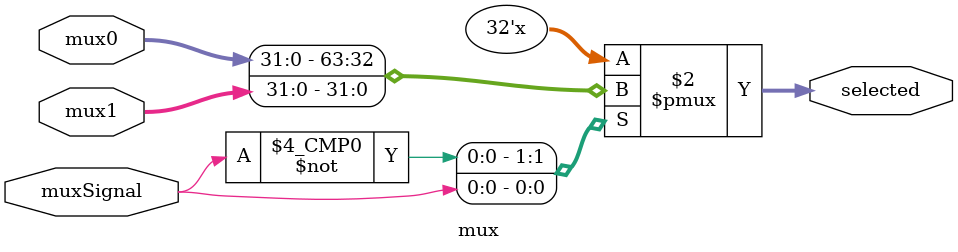
<source format=v>
module mux (
    input [31:0] mux0, mux1,
    input muxSignal,
    output reg [31:0] selected
);
    always @(*) begin
        case (muxSignal)
            1'b0 : selected = mux0;
            1'b1 : selected = mux1;
            default: selected = mux0;
        endcase
    end
    
endmodule
</source>
